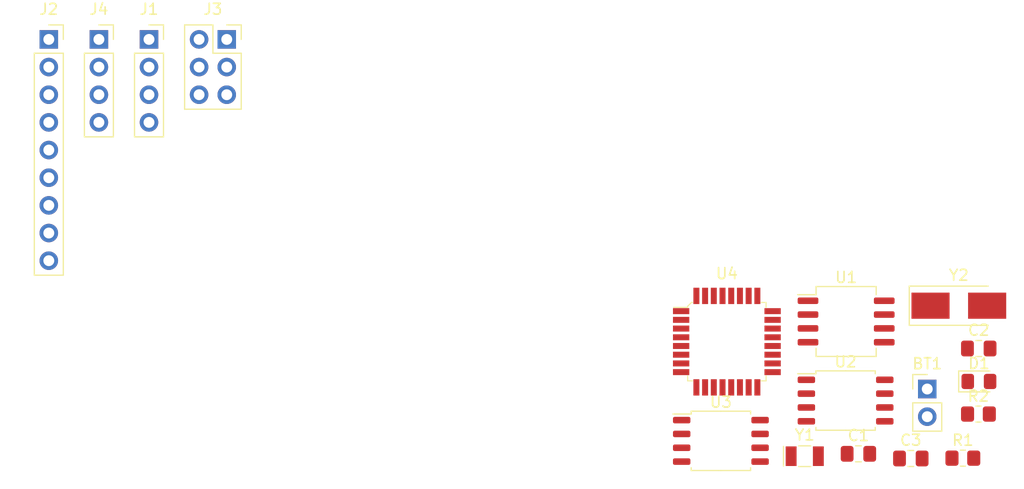
<source format=kicad_pcb>
(kicad_pcb (version 20171130) (host pcbnew "(5.1.10)-1")

  (general
    (thickness 1.6)
    (drawings 0)
    (tracks 0)
    (zones 0)
    (modules 17)
    (nets 32)
  )

  (page A4)
  (title_block
    (title "Arduino clone")
    (date 2021-10-08)
    (company "Ahmad Aljoundi ")
  )

  (layers
    (0 F.Cu signal)
    (31 B.Cu signal)
    (32 B.Adhes user)
    (33 F.Adhes user)
    (34 B.Paste user)
    (35 F.Paste user)
    (36 B.SilkS user)
    (37 F.SilkS user)
    (38 B.Mask user)
    (39 F.Mask user)
    (40 Dwgs.User user)
    (41 Cmts.User user)
    (42 Eco1.User user)
    (43 Eco2.User user)
    (44 Edge.Cuts user)
    (45 Margin user)
    (46 B.CrtYd user)
    (47 F.CrtYd user)
    (48 B.Fab user)
    (49 F.Fab user)
  )

  (setup
    (last_trace_width 0.25)
    (user_trace_width 0.3)
    (trace_clearance 0.2)
    (zone_clearance 0.508)
    (zone_45_only no)
    (trace_min 0.2)
    (via_size 0.8)
    (via_drill 0.4)
    (via_min_size 0.4)
    (via_min_drill 0.3)
    (user_via 1 0.6)
    (uvia_size 0.3)
    (uvia_drill 0.1)
    (uvias_allowed no)
    (uvia_min_size 0.2)
    (uvia_min_drill 0.1)
    (edge_width 0.05)
    (segment_width 0.2)
    (pcb_text_width 0.3)
    (pcb_text_size 1.5 1.5)
    (mod_edge_width 0.12)
    (mod_text_size 1 1)
    (mod_text_width 0.15)
    (pad_size 1.524 1.524)
    (pad_drill 0.762)
    (pad_to_mask_clearance 0)
    (aux_axis_origin 0 0)
    (visible_elements FFFFFF7F)
    (pcbplotparams
      (layerselection 0x010fc_ffffffff)
      (usegerberextensions false)
      (usegerberattributes true)
      (usegerberadvancedattributes true)
      (creategerberjobfile true)
      (excludeedgelayer true)
      (linewidth 0.100000)
      (plotframeref false)
      (viasonmask false)
      (mode 1)
      (useauxorigin false)
      (hpglpennumber 1)
      (hpglpenspeed 20)
      (hpglpendiameter 15.000000)
      (psnegative false)
      (psa4output false)
      (plotreference true)
      (plotvalue true)
      (plotinvisibletext false)
      (padsonsilk false)
      (subtractmaskfromsilk false)
      (outputformat 1)
      (mirror false)
      (drillshape 1)
      (scaleselection 1)
      (outputdirectory ""))
  )

  (net 0 "")
  (net 1 /VCC)
  (net 2 GNDPWR)
  (net 3 "Net-(C1-Pad1)")
  (net 4 "Net-(C2-Pad1)")
  (net 5 "Net-(D1-Pad1)")
  (net 6 /SCK)
  (net 7 /TX)
  (net 8 /RX)
  (net 9 /D2)
  (net 10 /D3)
  (net 11 /D4)
  (net 12 /D5)
  (net 13 /D6)
  (net 14 /D7)
  (net 15 /D8)
  (net 16 /MISO)
  (net 17 /MOSI)
  (net 18 /RESET)
  (net 19 /SDA)
  (net 20 "Net-(U1-Pad1)")
  (net 21 "Net-(U1-Pad2)")
  (net 22 /SCL)
  (net 23 "Net-(U1-Pad7)")
  (net 24 /ADDS2)
  (net 25 /ADDS1)
  (net 26 "Net-(U4-Pad13)")
  (net 27 "Net-(U4-Pad14)")
  (net 28 "Net-(U4-Pad19)")
  (net 29 "Net-(U4-Pad22)")
  (net 30 "Net-(U4-Pad25)")
  (net 31 "Net-(U4-Pad26)")

  (net_class Default "This is the default net class."
    (clearance 0.2)
    (trace_width 0.25)
    (via_dia 0.8)
    (via_drill 0.4)
    (uvia_dia 0.3)
    (uvia_drill 0.1)
    (add_net /ADDS1)
    (add_net /ADDS2)
    (add_net /D2)
    (add_net /D3)
    (add_net /D4)
    (add_net /D5)
    (add_net /D6)
    (add_net /D7)
    (add_net /D8)
    (add_net /MISO)
    (add_net /MOSI)
    (add_net /RESET)
    (add_net /RX)
    (add_net /SCK)
    (add_net /SCL)
    (add_net /SDA)
    (add_net /TX)
    (add_net "Net-(C1-Pad1)")
    (add_net "Net-(C2-Pad1)")
    (add_net "Net-(D1-Pad1)")
    (add_net "Net-(U1-Pad1)")
    (add_net "Net-(U1-Pad2)")
    (add_net "Net-(U1-Pad7)")
    (add_net "Net-(U4-Pad13)")
    (add_net "Net-(U4-Pad14)")
    (add_net "Net-(U4-Pad19)")
    (add_net "Net-(U4-Pad22)")
    (add_net "Net-(U4-Pad25)")
    (add_net "Net-(U4-Pad26)")
  )

  (net_class Power ""
    (clearance 0.2)
    (trace_width 0.3)
    (via_dia 1)
    (via_drill 0.6)
    (uvia_dia 0.3)
    (uvia_drill 0.1)
    (add_net /VCC)
    (add_net GNDPWR)
  )

  (module Connector_PinHeader_2.54mm:PinHeader_1x02_P2.54mm_Vertical (layer F.Cu) (tedit 59FED5CC) (tstamp 616064C3)
    (at 243.931901 81.426801)
    (descr "Through hole straight pin header, 1x02, 2.54mm pitch, single row")
    (tags "Through hole pin header THT 1x02 2.54mm single row")
    (path /615F0300)
    (fp_text reference BT1 (at 0 -2.33) (layer F.SilkS)
      (effects (font (size 1 1) (thickness 0.15)))
    )
    (fp_text value "Battery 3V" (at 0 4.87) (layer F.Fab)
      (effects (font (size 1 1) (thickness 0.15)))
    )
    (fp_line (start 1.8 -1.8) (end -1.8 -1.8) (layer F.CrtYd) (width 0.05))
    (fp_line (start 1.8 4.35) (end 1.8 -1.8) (layer F.CrtYd) (width 0.05))
    (fp_line (start -1.8 4.35) (end 1.8 4.35) (layer F.CrtYd) (width 0.05))
    (fp_line (start -1.8 -1.8) (end -1.8 4.35) (layer F.CrtYd) (width 0.05))
    (fp_line (start -1.33 -1.33) (end 0 -1.33) (layer F.SilkS) (width 0.12))
    (fp_line (start -1.33 0) (end -1.33 -1.33) (layer F.SilkS) (width 0.12))
    (fp_line (start -1.33 1.27) (end 1.33 1.27) (layer F.SilkS) (width 0.12))
    (fp_line (start 1.33 1.27) (end 1.33 3.87) (layer F.SilkS) (width 0.12))
    (fp_line (start -1.33 1.27) (end -1.33 3.87) (layer F.SilkS) (width 0.12))
    (fp_line (start -1.33 3.87) (end 1.33 3.87) (layer F.SilkS) (width 0.12))
    (fp_line (start -1.27 -0.635) (end -0.635 -1.27) (layer F.Fab) (width 0.1))
    (fp_line (start -1.27 3.81) (end -1.27 -0.635) (layer F.Fab) (width 0.1))
    (fp_line (start 1.27 3.81) (end -1.27 3.81) (layer F.Fab) (width 0.1))
    (fp_line (start 1.27 -1.27) (end 1.27 3.81) (layer F.Fab) (width 0.1))
    (fp_line (start -0.635 -1.27) (end 1.27 -1.27) (layer F.Fab) (width 0.1))
    (fp_text user %R (at 0 1.27 90) (layer F.Fab)
      (effects (font (size 1 1) (thickness 0.15)))
    )
    (pad 1 thru_hole rect (at 0 0) (size 1.7 1.7) (drill 1) (layers *.Cu *.Mask)
      (net 1 /VCC))
    (pad 2 thru_hole oval (at 0 2.54) (size 1.7 1.7) (drill 1) (layers *.Cu *.Mask)
      (net 2 GNDPWR))
    (model ${KICAD6_3DMODEL_DIR}/Connector_PinHeader_2.54mm.3dshapes/PinHeader_1x02_P2.54mm_Vertical.wrl
      (at (xyz 0 0 0))
      (scale (xyz 1 1 1))
      (rotate (xyz 0 0 0))
    )
  )

  (module Capacitor_SMD:C_0805_2012Metric_Pad1.18x1.45mm_HandSolder (layer F.Cu) (tedit 5F68FEEF) (tstamp 616064D4)
    (at 237.611901 87.376801)
    (descr "Capacitor SMD 0805 (2012 Metric), square (rectangular) end terminal, IPC_7351 nominal with elongated pad for handsoldering. (Body size source: IPC-SM-782 page 76, https://www.pcb-3d.com/wordpress/wp-content/uploads/ipc-sm-782a_amendment_1_and_2.pdf, https://docs.google.com/spreadsheets/d/1BsfQQcO9C6DZCsRaXUlFlo91Tg2WpOkGARC1WS5S8t0/edit?usp=sharing), generated with kicad-footprint-generator")
    (tags "capacitor handsolder")
    (path /615F14AB)
    (attr smd)
    (fp_text reference C1 (at 0 -1.68) (layer F.SilkS)
      (effects (font (size 1 1) (thickness 0.15)))
    )
    (fp_text value 22pF (at 0 1.68) (layer F.Fab)
      (effects (font (size 1 1) (thickness 0.15)))
    )
    (fp_line (start 1.88 0.98) (end -1.88 0.98) (layer F.CrtYd) (width 0.05))
    (fp_line (start 1.88 -0.98) (end 1.88 0.98) (layer F.CrtYd) (width 0.05))
    (fp_line (start -1.88 -0.98) (end 1.88 -0.98) (layer F.CrtYd) (width 0.05))
    (fp_line (start -1.88 0.98) (end -1.88 -0.98) (layer F.CrtYd) (width 0.05))
    (fp_line (start -0.261252 0.735) (end 0.261252 0.735) (layer F.SilkS) (width 0.12))
    (fp_line (start -0.261252 -0.735) (end 0.261252 -0.735) (layer F.SilkS) (width 0.12))
    (fp_line (start 1 0.625) (end -1 0.625) (layer F.Fab) (width 0.1))
    (fp_line (start 1 -0.625) (end 1 0.625) (layer F.Fab) (width 0.1))
    (fp_line (start -1 -0.625) (end 1 -0.625) (layer F.Fab) (width 0.1))
    (fp_line (start -1 0.625) (end -1 -0.625) (layer F.Fab) (width 0.1))
    (fp_text user %R (at 0 0) (layer F.Fab)
      (effects (font (size 0.5 0.5) (thickness 0.08)))
    )
    (pad 1 smd roundrect (at -1.0375 0) (size 1.175 1.45) (layers F.Cu F.Paste F.Mask) (roundrect_rratio 0.212766)
      (net 3 "Net-(C1-Pad1)"))
    (pad 2 smd roundrect (at 1.0375 0) (size 1.175 1.45) (layers F.Cu F.Paste F.Mask) (roundrect_rratio 0.212766)
      (net 2 GNDPWR))
    (model ${KICAD6_3DMODEL_DIR}/Capacitor_SMD.3dshapes/C_0805_2012Metric.wrl
      (at (xyz 0 0 0))
      (scale (xyz 1 1 1))
      (rotate (xyz 0 0 0))
    )
  )

  (module Capacitor_SMD:C_0805_2012Metric_Pad1.18x1.45mm_HandSolder (layer F.Cu) (tedit 5F68FEEF) (tstamp 616064E5)
    (at 248.661901 77.706801)
    (descr "Capacitor SMD 0805 (2012 Metric), square (rectangular) end terminal, IPC_7351 nominal with elongated pad for handsoldering. (Body size source: IPC-SM-782 page 76, https://www.pcb-3d.com/wordpress/wp-content/uploads/ipc-sm-782a_amendment_1_and_2.pdf, https://docs.google.com/spreadsheets/d/1BsfQQcO9C6DZCsRaXUlFlo91Tg2WpOkGARC1WS5S8t0/edit?usp=sharing), generated with kicad-footprint-generator")
    (tags "capacitor handsolder")
    (path /615F1778)
    (attr smd)
    (fp_text reference C2 (at 0 -1.68) (layer F.SilkS)
      (effects (font (size 1 1) (thickness 0.15)))
    )
    (fp_text value 22pF (at 0 1.68) (layer F.Fab)
      (effects (font (size 1 1) (thickness 0.15)))
    )
    (fp_line (start 1.88 0.98) (end -1.88 0.98) (layer F.CrtYd) (width 0.05))
    (fp_line (start 1.88 -0.98) (end 1.88 0.98) (layer F.CrtYd) (width 0.05))
    (fp_line (start -1.88 -0.98) (end 1.88 -0.98) (layer F.CrtYd) (width 0.05))
    (fp_line (start -1.88 0.98) (end -1.88 -0.98) (layer F.CrtYd) (width 0.05))
    (fp_line (start -0.261252 0.735) (end 0.261252 0.735) (layer F.SilkS) (width 0.12))
    (fp_line (start -0.261252 -0.735) (end 0.261252 -0.735) (layer F.SilkS) (width 0.12))
    (fp_line (start 1 0.625) (end -1 0.625) (layer F.Fab) (width 0.1))
    (fp_line (start 1 -0.625) (end 1 0.625) (layer F.Fab) (width 0.1))
    (fp_line (start -1 -0.625) (end 1 -0.625) (layer F.Fab) (width 0.1))
    (fp_line (start -1 0.625) (end -1 -0.625) (layer F.Fab) (width 0.1))
    (fp_text user %R (at 0 0) (layer F.Fab)
      (effects (font (size 0.5 0.5) (thickness 0.08)))
    )
    (pad 1 smd roundrect (at -1.0375 0) (size 1.175 1.45) (layers F.Cu F.Paste F.Mask) (roundrect_rratio 0.212766)
      (net 4 "Net-(C2-Pad1)"))
    (pad 2 smd roundrect (at 1.0375 0) (size 1.175 1.45) (layers F.Cu F.Paste F.Mask) (roundrect_rratio 0.212766)
      (net 2 GNDPWR))
    (model ${KICAD6_3DMODEL_DIR}/Capacitor_SMD.3dshapes/C_0805_2012Metric.wrl
      (at (xyz 0 0 0))
      (scale (xyz 1 1 1))
      (rotate (xyz 0 0 0))
    )
  )

  (module Capacitor_SMD:C_0805_2012Metric_Pad1.18x1.45mm_HandSolder (layer F.Cu) (tedit 5F68FEEF) (tstamp 616064F6)
    (at 242.421901 87.806801)
    (descr "Capacitor SMD 0805 (2012 Metric), square (rectangular) end terminal, IPC_7351 nominal with elongated pad for handsoldering. (Body size source: IPC-SM-782 page 76, https://www.pcb-3d.com/wordpress/wp-content/uploads/ipc-sm-782a_amendment_1_and_2.pdf, https://docs.google.com/spreadsheets/d/1BsfQQcO9C6DZCsRaXUlFlo91Tg2WpOkGARC1WS5S8t0/edit?usp=sharing), generated with kicad-footprint-generator")
    (tags "capacitor handsolder")
    (path /615F1B97)
    (attr smd)
    (fp_text reference C3 (at 0 -1.68) (layer F.SilkS)
      (effects (font (size 1 1) (thickness 0.15)))
    )
    (fp_text value 10uF (at 0 1.68) (layer F.Fab)
      (effects (font (size 1 1) (thickness 0.15)))
    )
    (fp_text user %R (at 0 0) (layer F.Fab)
      (effects (font (size 0.5 0.5) (thickness 0.08)))
    )
    (fp_line (start -1 0.625) (end -1 -0.625) (layer F.Fab) (width 0.1))
    (fp_line (start -1 -0.625) (end 1 -0.625) (layer F.Fab) (width 0.1))
    (fp_line (start 1 -0.625) (end 1 0.625) (layer F.Fab) (width 0.1))
    (fp_line (start 1 0.625) (end -1 0.625) (layer F.Fab) (width 0.1))
    (fp_line (start -0.261252 -0.735) (end 0.261252 -0.735) (layer F.SilkS) (width 0.12))
    (fp_line (start -0.261252 0.735) (end 0.261252 0.735) (layer F.SilkS) (width 0.12))
    (fp_line (start -1.88 0.98) (end -1.88 -0.98) (layer F.CrtYd) (width 0.05))
    (fp_line (start -1.88 -0.98) (end 1.88 -0.98) (layer F.CrtYd) (width 0.05))
    (fp_line (start 1.88 -0.98) (end 1.88 0.98) (layer F.CrtYd) (width 0.05))
    (fp_line (start 1.88 0.98) (end -1.88 0.98) (layer F.CrtYd) (width 0.05))
    (pad 2 smd roundrect (at 1.0375 0) (size 1.175 1.45) (layers F.Cu F.Paste F.Mask) (roundrect_rratio 0.212766)
      (net 2 GNDPWR))
    (pad 1 smd roundrect (at -1.0375 0) (size 1.175 1.45) (layers F.Cu F.Paste F.Mask) (roundrect_rratio 0.212766)
      (net 1 /VCC))
    (model ${KICAD6_3DMODEL_DIR}/Capacitor_SMD.3dshapes/C_0805_2012Metric.wrl
      (at (xyz 0 0 0))
      (scale (xyz 1 1 1))
      (rotate (xyz 0 0 0))
    )
  )

  (module LED_SMD:LED_0805_2012Metric_Pad1.15x1.40mm_HandSolder (layer F.Cu) (tedit 5F68FEF1) (tstamp 61606509)
    (at 248.676901 80.731801)
    (descr "LED SMD 0805 (2012 Metric), square (rectangular) end terminal, IPC_7351 nominal, (Body size source: https://docs.google.com/spreadsheets/d/1BsfQQcO9C6DZCsRaXUlFlo91Tg2WpOkGARC1WS5S8t0/edit?usp=sharing), generated with kicad-footprint-generator")
    (tags "LED handsolder")
    (path /615F28FB)
    (attr smd)
    (fp_text reference D1 (at 0 -1.65) (layer F.SilkS)
      (effects (font (size 1 1) (thickness 0.15)))
    )
    (fp_text value LED (at 0 1.65) (layer F.Fab)
      (effects (font (size 1 1) (thickness 0.15)))
    )
    (fp_line (start 1.85 0.95) (end -1.85 0.95) (layer F.CrtYd) (width 0.05))
    (fp_line (start 1.85 -0.95) (end 1.85 0.95) (layer F.CrtYd) (width 0.05))
    (fp_line (start -1.85 -0.95) (end 1.85 -0.95) (layer F.CrtYd) (width 0.05))
    (fp_line (start -1.85 0.95) (end -1.85 -0.95) (layer F.CrtYd) (width 0.05))
    (fp_line (start -1.86 0.96) (end 1 0.96) (layer F.SilkS) (width 0.12))
    (fp_line (start -1.86 -0.96) (end -1.86 0.96) (layer F.SilkS) (width 0.12))
    (fp_line (start 1 -0.96) (end -1.86 -0.96) (layer F.SilkS) (width 0.12))
    (fp_line (start 1 0.6) (end 1 -0.6) (layer F.Fab) (width 0.1))
    (fp_line (start -1 0.6) (end 1 0.6) (layer F.Fab) (width 0.1))
    (fp_line (start -1 -0.3) (end -1 0.6) (layer F.Fab) (width 0.1))
    (fp_line (start -0.7 -0.6) (end -1 -0.3) (layer F.Fab) (width 0.1))
    (fp_line (start 1 -0.6) (end -0.7 -0.6) (layer F.Fab) (width 0.1))
    (fp_text user %R (at 0 0) (layer F.Fab)
      (effects (font (size 0.5 0.5) (thickness 0.08)))
    )
    (pad 1 smd roundrect (at -1.025 0) (size 1.15 1.4) (layers F.Cu F.Paste F.Mask) (roundrect_rratio 0.217391)
      (net 5 "Net-(D1-Pad1)"))
    (pad 2 smd roundrect (at 1.025 0) (size 1.15 1.4) (layers F.Cu F.Paste F.Mask) (roundrect_rratio 0.217391)
      (net 6 /SCK))
    (model ${KICAD6_3DMODEL_DIR}/LED_SMD.3dshapes/LED_0805_2012Metric.wrl
      (at (xyz 0 0 0))
      (scale (xyz 1 1 1))
      (rotate (xyz 0 0 0))
    )
  )

  (module Connector_PinSocket_2.54mm:PinSocket_1x04_P2.54mm_Vertical (layer F.Cu) (tedit 5A19A429) (tstamp 61606521)
    (at 172.467401 49.323001)
    (descr "Through hole straight socket strip, 1x04, 2.54mm pitch, single row (from Kicad 4.0.7), script generated")
    (tags "Through hole socket strip THT 1x04 2.54mm single row")
    (path /615F48EA/615F6E29)
    (fp_text reference J1 (at 0 -2.77) (layer F.SilkS)
      (effects (font (size 1 1) (thickness 0.15)))
    )
    (fp_text value Serial (at 0 10.39) (layer F.Fab)
      (effects (font (size 1 1) (thickness 0.15)))
    )
    (fp_text user %R (at 0 3.81 90) (layer F.Fab)
      (effects (font (size 1 1) (thickness 0.15)))
    )
    (fp_line (start -1.27 -1.27) (end 0.635 -1.27) (layer F.Fab) (width 0.1))
    (fp_line (start 0.635 -1.27) (end 1.27 -0.635) (layer F.Fab) (width 0.1))
    (fp_line (start 1.27 -0.635) (end 1.27 8.89) (layer F.Fab) (width 0.1))
    (fp_line (start 1.27 8.89) (end -1.27 8.89) (layer F.Fab) (width 0.1))
    (fp_line (start -1.27 8.89) (end -1.27 -1.27) (layer F.Fab) (width 0.1))
    (fp_line (start -1.33 1.27) (end 1.33 1.27) (layer F.SilkS) (width 0.12))
    (fp_line (start -1.33 1.27) (end -1.33 8.95) (layer F.SilkS) (width 0.12))
    (fp_line (start -1.33 8.95) (end 1.33 8.95) (layer F.SilkS) (width 0.12))
    (fp_line (start 1.33 1.27) (end 1.33 8.95) (layer F.SilkS) (width 0.12))
    (fp_line (start 1.33 -1.33) (end 1.33 0) (layer F.SilkS) (width 0.12))
    (fp_line (start 0 -1.33) (end 1.33 -1.33) (layer F.SilkS) (width 0.12))
    (fp_line (start -1.8 -1.8) (end 1.75 -1.8) (layer F.CrtYd) (width 0.05))
    (fp_line (start 1.75 -1.8) (end 1.75 9.4) (layer F.CrtYd) (width 0.05))
    (fp_line (start 1.75 9.4) (end -1.8 9.4) (layer F.CrtYd) (width 0.05))
    (fp_line (start -1.8 9.4) (end -1.8 -1.8) (layer F.CrtYd) (width 0.05))
    (pad 4 thru_hole oval (at 0 7.62) (size 1.7 1.7) (drill 1) (layers *.Cu *.Mask)
      (net 7 /TX))
    (pad 3 thru_hole oval (at 0 5.08) (size 1.7 1.7) (drill 1) (layers *.Cu *.Mask)
      (net 8 /RX))
    (pad 2 thru_hole oval (at 0 2.54) (size 1.7 1.7) (drill 1) (layers *.Cu *.Mask)
      (net 1 /VCC))
    (pad 1 thru_hole rect (at 0 0) (size 1.7 1.7) (drill 1) (layers *.Cu *.Mask)
      (net 2 GNDPWR))
    (model ${KICAD6_3DMODEL_DIR}/Connector_PinSocket_2.54mm.3dshapes/PinSocket_1x04_P2.54mm_Vertical.wrl
      (at (xyz 0 0 0))
      (scale (xyz 1 1 1))
      (rotate (xyz 0 0 0))
    )
  )

  (module Connector_PinSocket_2.54mm:PinSocket_1x09_P2.54mm_Vertical (layer F.Cu) (tedit 5A19A431) (tstamp 6160653E)
    (at 163.267401 49.323001)
    (descr "Through hole straight socket strip, 1x09, 2.54mm pitch, single row (from Kicad 4.0.7), script generated")
    (tags "Through hole socket strip THT 1x09 2.54mm single row")
    (path /615F48EA/615F63B0)
    (fp_text reference J2 (at 0 -2.77) (layer F.SilkS)
      (effects (font (size 1 1) (thickness 0.15)))
    )
    (fp_text value "Digital pins" (at 0 23.09) (layer F.Fab)
      (effects (font (size 1 1) (thickness 0.15)))
    )
    (fp_line (start -1.8 22.1) (end -1.8 -1.8) (layer F.CrtYd) (width 0.05))
    (fp_line (start 1.75 22.1) (end -1.8 22.1) (layer F.CrtYd) (width 0.05))
    (fp_line (start 1.75 -1.8) (end 1.75 22.1) (layer F.CrtYd) (width 0.05))
    (fp_line (start -1.8 -1.8) (end 1.75 -1.8) (layer F.CrtYd) (width 0.05))
    (fp_line (start 0 -1.33) (end 1.33 -1.33) (layer F.SilkS) (width 0.12))
    (fp_line (start 1.33 -1.33) (end 1.33 0) (layer F.SilkS) (width 0.12))
    (fp_line (start 1.33 1.27) (end 1.33 21.65) (layer F.SilkS) (width 0.12))
    (fp_line (start -1.33 21.65) (end 1.33 21.65) (layer F.SilkS) (width 0.12))
    (fp_line (start -1.33 1.27) (end -1.33 21.65) (layer F.SilkS) (width 0.12))
    (fp_line (start -1.33 1.27) (end 1.33 1.27) (layer F.SilkS) (width 0.12))
    (fp_line (start -1.27 21.59) (end -1.27 -1.27) (layer F.Fab) (width 0.1))
    (fp_line (start 1.27 21.59) (end -1.27 21.59) (layer F.Fab) (width 0.1))
    (fp_line (start 1.27 -0.635) (end 1.27 21.59) (layer F.Fab) (width 0.1))
    (fp_line (start 0.635 -1.27) (end 1.27 -0.635) (layer F.Fab) (width 0.1))
    (fp_line (start -1.27 -1.27) (end 0.635 -1.27) (layer F.Fab) (width 0.1))
    (fp_text user %R (at 0 10.16 90) (layer F.Fab)
      (effects (font (size 1 1) (thickness 0.15)))
    )
    (pad 1 thru_hole rect (at 0 0) (size 1.7 1.7) (drill 1) (layers *.Cu *.Mask)
      (net 9 /D2))
    (pad 2 thru_hole oval (at 0 2.54) (size 1.7 1.7) (drill 1) (layers *.Cu *.Mask)
      (net 10 /D3))
    (pad 3 thru_hole oval (at 0 5.08) (size 1.7 1.7) (drill 1) (layers *.Cu *.Mask)
      (net 11 /D4))
    (pad 4 thru_hole oval (at 0 7.62) (size 1.7 1.7) (drill 1) (layers *.Cu *.Mask)
      (net 12 /D5))
    (pad 5 thru_hole oval (at 0 10.16) (size 1.7 1.7) (drill 1) (layers *.Cu *.Mask)
      (net 13 /D6))
    (pad 6 thru_hole oval (at 0 12.7) (size 1.7 1.7) (drill 1) (layers *.Cu *.Mask)
      (net 14 /D7))
    (pad 7 thru_hole oval (at 0 15.24) (size 1.7 1.7) (drill 1) (layers *.Cu *.Mask)
      (net 15 /D8))
    (pad 8 thru_hole oval (at 0 17.78) (size 1.7 1.7) (drill 1) (layers *.Cu *.Mask)
      (net 2 GNDPWR))
    (pad 9 thru_hole oval (at 0 20.32) (size 1.7 1.7) (drill 1) (layers *.Cu *.Mask)
      (net 1 /VCC))
    (model ${KICAD6_3DMODEL_DIR}/Connector_PinSocket_2.54mm.3dshapes/PinSocket_1x09_P2.54mm_Vertical.wrl
      (at (xyz 0 0 0))
      (scale (xyz 1 1 1))
      (rotate (xyz 0 0 0))
    )
  )

  (module Connector_PinSocket_2.54mm:PinSocket_2x03_P2.54mm_Vertical (layer F.Cu) (tedit 5A19A425) (tstamp 6160655A)
    (at 179.607401 49.323001)
    (descr "Through hole straight socket strip, 2x03, 2.54mm pitch, double cols (from Kicad 4.0.7), script generated")
    (tags "Through hole socket strip THT 2x03 2.54mm double row")
    (path /615F48EA/615F7604)
    (fp_text reference J3 (at -1.27 -2.77) (layer F.SilkS)
      (effects (font (size 1 1) (thickness 0.15)))
    )
    (fp_text value "ICSP connector" (at -1.27 7.85) (layer F.Fab)
      (effects (font (size 1 1) (thickness 0.15)))
    )
    (fp_line (start -4.34 6.85) (end -4.34 -1.8) (layer F.CrtYd) (width 0.05))
    (fp_line (start 1.76 6.85) (end -4.34 6.85) (layer F.CrtYd) (width 0.05))
    (fp_line (start 1.76 -1.8) (end 1.76 6.85) (layer F.CrtYd) (width 0.05))
    (fp_line (start -4.34 -1.8) (end 1.76 -1.8) (layer F.CrtYd) (width 0.05))
    (fp_line (start 0 -1.33) (end 1.33 -1.33) (layer F.SilkS) (width 0.12))
    (fp_line (start 1.33 -1.33) (end 1.33 0) (layer F.SilkS) (width 0.12))
    (fp_line (start -1.27 -1.33) (end -1.27 1.27) (layer F.SilkS) (width 0.12))
    (fp_line (start -1.27 1.27) (end 1.33 1.27) (layer F.SilkS) (width 0.12))
    (fp_line (start 1.33 1.27) (end 1.33 6.41) (layer F.SilkS) (width 0.12))
    (fp_line (start -3.87 6.41) (end 1.33 6.41) (layer F.SilkS) (width 0.12))
    (fp_line (start -3.87 -1.33) (end -3.87 6.41) (layer F.SilkS) (width 0.12))
    (fp_line (start -3.87 -1.33) (end -1.27 -1.33) (layer F.SilkS) (width 0.12))
    (fp_line (start -3.81 6.35) (end -3.81 -1.27) (layer F.Fab) (width 0.1))
    (fp_line (start 1.27 6.35) (end -3.81 6.35) (layer F.Fab) (width 0.1))
    (fp_line (start 1.27 -0.27) (end 1.27 6.35) (layer F.Fab) (width 0.1))
    (fp_line (start 0.27 -1.27) (end 1.27 -0.27) (layer F.Fab) (width 0.1))
    (fp_line (start -3.81 -1.27) (end 0.27 -1.27) (layer F.Fab) (width 0.1))
    (fp_text user %R (at -1.27 2.54 90) (layer F.Fab)
      (effects (font (size 1 1) (thickness 0.15)))
    )
    (pad 1 thru_hole rect (at 0 0) (size 1.7 1.7) (drill 1) (layers *.Cu *.Mask)
      (net 16 /MISO))
    (pad 2 thru_hole oval (at -2.54 0) (size 1.7 1.7) (drill 1) (layers *.Cu *.Mask)
      (net 1 /VCC))
    (pad 3 thru_hole oval (at 0 2.54) (size 1.7 1.7) (drill 1) (layers *.Cu *.Mask)
      (net 6 /SCK))
    (pad 4 thru_hole oval (at -2.54 2.54) (size 1.7 1.7) (drill 1) (layers *.Cu *.Mask)
      (net 17 /MOSI))
    (pad 5 thru_hole oval (at 0 5.08) (size 1.7 1.7) (drill 1) (layers *.Cu *.Mask)
      (net 18 /RESET))
    (pad 6 thru_hole oval (at -2.54 5.08) (size 1.7 1.7) (drill 1) (layers *.Cu *.Mask)
      (net 2 GNDPWR))
    (model ${KICAD6_3DMODEL_DIR}/Connector_PinSocket_2.54mm.3dshapes/PinSocket_2x03_P2.54mm_Vertical.wrl
      (at (xyz 0 0 0))
      (scale (xyz 1 1 1))
      (rotate (xyz 0 0 0))
    )
  )

  (module Connector_PinSocket_2.54mm:PinSocket_1x04_P2.54mm_Vertical (layer F.Cu) (tedit 5A19A429) (tstamp 61606572)
    (at 167.867401 49.323001)
    (descr "Through hole straight socket strip, 1x04, 2.54mm pitch, single row (from Kicad 4.0.7), script generated")
    (tags "Through hole socket strip THT 1x04 2.54mm single row")
    (path /615F48EA/615F7C9E)
    (fp_text reference J4 (at 0 -2.77) (layer F.SilkS)
      (effects (font (size 1 1) (thickness 0.15)))
    )
    (fp_text value I2C (at 0 10.39) (layer F.Fab)
      (effects (font (size 1 1) (thickness 0.15)))
    )
    (fp_line (start -1.8 9.4) (end -1.8 -1.8) (layer F.CrtYd) (width 0.05))
    (fp_line (start 1.75 9.4) (end -1.8 9.4) (layer F.CrtYd) (width 0.05))
    (fp_line (start 1.75 -1.8) (end 1.75 9.4) (layer F.CrtYd) (width 0.05))
    (fp_line (start -1.8 -1.8) (end 1.75 -1.8) (layer F.CrtYd) (width 0.05))
    (fp_line (start 0 -1.33) (end 1.33 -1.33) (layer F.SilkS) (width 0.12))
    (fp_line (start 1.33 -1.33) (end 1.33 0) (layer F.SilkS) (width 0.12))
    (fp_line (start 1.33 1.27) (end 1.33 8.95) (layer F.SilkS) (width 0.12))
    (fp_line (start -1.33 8.95) (end 1.33 8.95) (layer F.SilkS) (width 0.12))
    (fp_line (start -1.33 1.27) (end -1.33 8.95) (layer F.SilkS) (width 0.12))
    (fp_line (start -1.33 1.27) (end 1.33 1.27) (layer F.SilkS) (width 0.12))
    (fp_line (start -1.27 8.89) (end -1.27 -1.27) (layer F.Fab) (width 0.1))
    (fp_line (start 1.27 8.89) (end -1.27 8.89) (layer F.Fab) (width 0.1))
    (fp_line (start 1.27 -0.635) (end 1.27 8.89) (layer F.Fab) (width 0.1))
    (fp_line (start 0.635 -1.27) (end 1.27 -0.635) (layer F.Fab) (width 0.1))
    (fp_line (start -1.27 -1.27) (end 0.635 -1.27) (layer F.Fab) (width 0.1))
    (fp_text user %R (at 0 3.81 90) (layer F.Fab)
      (effects (font (size 1 1) (thickness 0.15)))
    )
    (pad 1 thru_hole rect (at 0 0) (size 1.7 1.7) (drill 1) (layers *.Cu *.Mask)
      (net 2 GNDPWR))
    (pad 2 thru_hole oval (at 0 2.54) (size 1.7 1.7) (drill 1) (layers *.Cu *.Mask)
      (net 1 /VCC))
    (pad 3 thru_hole oval (at 0 5.08) (size 1.7 1.7) (drill 1) (layers *.Cu *.Mask)
      (net 19 /SDA))
    (pad 4 thru_hole oval (at 0 7.62) (size 1.7 1.7) (drill 1) (layers *.Cu *.Mask)
      (net 6 /SCK))
    (model ${KICAD6_3DMODEL_DIR}/Connector_PinSocket_2.54mm.3dshapes/PinSocket_1x04_P2.54mm_Vertical.wrl
      (at (xyz 0 0 0))
      (scale (xyz 1 1 1))
      (rotate (xyz 0 0 0))
    )
  )

  (module Resistor_SMD:R_0805_2012Metric_Pad1.20x1.40mm_HandSolder (layer F.Cu) (tedit 5F68FEEE) (tstamp 61606583)
    (at 247.201901 87.776801)
    (descr "Resistor SMD 0805 (2012 Metric), square (rectangular) end terminal, IPC_7351 nominal with elongated pad for handsoldering. (Body size source: IPC-SM-782 page 72, https://www.pcb-3d.com/wordpress/wp-content/uploads/ipc-sm-782a_amendment_1_and_2.pdf), generated with kicad-footprint-generator")
    (tags "resistor handsolder")
    (path /615F2E86)
    (attr smd)
    (fp_text reference R1 (at 0 -1.65) (layer F.SilkS)
      (effects (font (size 1 1) (thickness 0.15)))
    )
    (fp_text value "330 ohm" (at 0 1.65) (layer F.Fab)
      (effects (font (size 1 1) (thickness 0.15)))
    )
    (fp_text user %R (at 0 0) (layer F.Fab)
      (effects (font (size 0.5 0.5) (thickness 0.08)))
    )
    (fp_line (start -1 0.625) (end -1 -0.625) (layer F.Fab) (width 0.1))
    (fp_line (start -1 -0.625) (end 1 -0.625) (layer F.Fab) (width 0.1))
    (fp_line (start 1 -0.625) (end 1 0.625) (layer F.Fab) (width 0.1))
    (fp_line (start 1 0.625) (end -1 0.625) (layer F.Fab) (width 0.1))
    (fp_line (start -0.227064 -0.735) (end 0.227064 -0.735) (layer F.SilkS) (width 0.12))
    (fp_line (start -0.227064 0.735) (end 0.227064 0.735) (layer F.SilkS) (width 0.12))
    (fp_line (start -1.85 0.95) (end -1.85 -0.95) (layer F.CrtYd) (width 0.05))
    (fp_line (start -1.85 -0.95) (end 1.85 -0.95) (layer F.CrtYd) (width 0.05))
    (fp_line (start 1.85 -0.95) (end 1.85 0.95) (layer F.CrtYd) (width 0.05))
    (fp_line (start 1.85 0.95) (end -1.85 0.95) (layer F.CrtYd) (width 0.05))
    (pad 2 smd roundrect (at 1 0) (size 1.2 1.4) (layers F.Cu F.Paste F.Mask) (roundrect_rratio 0.208333)
      (net 2 GNDPWR))
    (pad 1 smd roundrect (at -1 0) (size 1.2 1.4) (layers F.Cu F.Paste F.Mask) (roundrect_rratio 0.208333)
      (net 5 "Net-(D1-Pad1)"))
    (model ${KICAD6_3DMODEL_DIR}/Resistor_SMD.3dshapes/R_0805_2012Metric.wrl
      (at (xyz 0 0 0))
      (scale (xyz 1 1 1))
      (rotate (xyz 0 0 0))
    )
  )

  (module Resistor_SMD:R_0805_2012Metric_Pad1.20x1.40mm_HandSolder (layer F.Cu) (tedit 5F68FEEE) (tstamp 61606594)
    (at 248.631901 83.726801)
    (descr "Resistor SMD 0805 (2012 Metric), square (rectangular) end terminal, IPC_7351 nominal with elongated pad for handsoldering. (Body size source: IPC-SM-782 page 72, https://www.pcb-3d.com/wordpress/wp-content/uploads/ipc-sm-782a_amendment_1_and_2.pdf), generated with kicad-footprint-generator")
    (tags "resistor handsolder")
    (path /615F3234)
    (attr smd)
    (fp_text reference R2 (at 0 -1.65) (layer F.SilkS)
      (effects (font (size 1 1) (thickness 0.15)))
    )
    (fp_text value "10K ohm" (at 0 1.65) (layer F.Fab)
      (effects (font (size 1 1) (thickness 0.15)))
    )
    (fp_line (start 1.85 0.95) (end -1.85 0.95) (layer F.CrtYd) (width 0.05))
    (fp_line (start 1.85 -0.95) (end 1.85 0.95) (layer F.CrtYd) (width 0.05))
    (fp_line (start -1.85 -0.95) (end 1.85 -0.95) (layer F.CrtYd) (width 0.05))
    (fp_line (start -1.85 0.95) (end -1.85 -0.95) (layer F.CrtYd) (width 0.05))
    (fp_line (start -0.227064 0.735) (end 0.227064 0.735) (layer F.SilkS) (width 0.12))
    (fp_line (start -0.227064 -0.735) (end 0.227064 -0.735) (layer F.SilkS) (width 0.12))
    (fp_line (start 1 0.625) (end -1 0.625) (layer F.Fab) (width 0.1))
    (fp_line (start 1 -0.625) (end 1 0.625) (layer F.Fab) (width 0.1))
    (fp_line (start -1 -0.625) (end 1 -0.625) (layer F.Fab) (width 0.1))
    (fp_line (start -1 0.625) (end -1 -0.625) (layer F.Fab) (width 0.1))
    (fp_text user %R (at 0 0) (layer F.Fab)
      (effects (font (size 0.5 0.5) (thickness 0.08)))
    )
    (pad 1 smd roundrect (at -1 0) (size 1.2 1.4) (layers F.Cu F.Paste F.Mask) (roundrect_rratio 0.208333)
      (net 18 /RESET))
    (pad 2 smd roundrect (at 1 0) (size 1.2 1.4) (layers F.Cu F.Paste F.Mask) (roundrect_rratio 0.208333)
      (net 1 /VCC))
    (model ${KICAD6_3DMODEL_DIR}/Resistor_SMD.3dshapes/R_0805_2012Metric.wrl
      (at (xyz 0 0 0))
      (scale (xyz 1 1 1))
      (rotate (xyz 0 0 0))
    )
  )

  (module Package_SO:SO-8_5.3x6.2mm_P1.27mm (layer F.Cu) (tedit 5EA5315B) (tstamp 616065B3)
    (at 236.481901 75.226801)
    (descr "SO, 8 Pin (https://www.ti.com/lit/ml/msop001a/msop001a.pdf), generated with kicad-footprint-generator ipc_gullwing_generator.py")
    (tags "SO SO")
    (path /61601E43)
    (attr smd)
    (fp_text reference U1 (at 0 -4.05) (layer F.SilkS)
      (effects (font (size 1 1) (thickness 0.15)))
    )
    (fp_text value DS1337_AH (at 0 4.05) (layer F.Fab)
      (effects (font (size 1 1) (thickness 0.15)))
    )
    (fp_line (start 4.7 -3.35) (end -4.7 -3.35) (layer F.CrtYd) (width 0.05))
    (fp_line (start 4.7 3.35) (end 4.7 -3.35) (layer F.CrtYd) (width 0.05))
    (fp_line (start -4.7 3.35) (end 4.7 3.35) (layer F.CrtYd) (width 0.05))
    (fp_line (start -4.7 -3.35) (end -4.7 3.35) (layer F.CrtYd) (width 0.05))
    (fp_line (start -2.65 -2.1) (end -1.65 -3.1) (layer F.Fab) (width 0.1))
    (fp_line (start -2.65 3.1) (end -2.65 -2.1) (layer F.Fab) (width 0.1))
    (fp_line (start 2.65 3.1) (end -2.65 3.1) (layer F.Fab) (width 0.1))
    (fp_line (start 2.65 -3.1) (end 2.65 3.1) (layer F.Fab) (width 0.1))
    (fp_line (start -1.65 -3.1) (end 2.65 -3.1) (layer F.Fab) (width 0.1))
    (fp_line (start -2.76 -2.465) (end -4.45 -2.465) (layer F.SilkS) (width 0.12))
    (fp_line (start -2.76 -3.21) (end -2.76 -2.465) (layer F.SilkS) (width 0.12))
    (fp_line (start 0 -3.21) (end -2.76 -3.21) (layer F.SilkS) (width 0.12))
    (fp_line (start 2.76 -3.21) (end 2.76 -2.465) (layer F.SilkS) (width 0.12))
    (fp_line (start 0 -3.21) (end 2.76 -3.21) (layer F.SilkS) (width 0.12))
    (fp_line (start -2.76 3.21) (end -2.76 2.465) (layer F.SilkS) (width 0.12))
    (fp_line (start 0 3.21) (end -2.76 3.21) (layer F.SilkS) (width 0.12))
    (fp_line (start 2.76 3.21) (end 2.76 2.465) (layer F.SilkS) (width 0.12))
    (fp_line (start 0 3.21) (end 2.76 3.21) (layer F.SilkS) (width 0.12))
    (fp_text user %R (at 0 0) (layer F.Fab)
      (effects (font (size 1 1) (thickness 0.15)))
    )
    (pad 1 smd roundrect (at -3.5 -1.905) (size 1.9 0.6) (layers F.Cu F.Paste F.Mask) (roundrect_rratio 0.25)
      (net 20 "Net-(U1-Pad1)"))
    (pad 2 smd roundrect (at -3.5 -0.635) (size 1.9 0.6) (layers F.Cu F.Paste F.Mask) (roundrect_rratio 0.25)
      (net 21 "Net-(U1-Pad2)"))
    (pad 3 smd roundrect (at -3.5 0.635) (size 1.9 0.6) (layers F.Cu F.Paste F.Mask) (roundrect_rratio 0.25)
      (net 1 /VCC))
    (pad 4 smd roundrect (at -3.5 1.905) (size 1.9 0.6) (layers F.Cu F.Paste F.Mask) (roundrect_rratio 0.25)
      (net 2 GNDPWR))
    (pad 5 smd roundrect (at 3.5 1.905) (size 1.9 0.6) (layers F.Cu F.Paste F.Mask) (roundrect_rratio 0.25)
      (net 19 /SDA))
    (pad 6 smd roundrect (at 3.5 0.635) (size 1.9 0.6) (layers F.Cu F.Paste F.Mask) (roundrect_rratio 0.25)
      (net 22 /SCL))
    (pad 7 smd roundrect (at 3.5 -0.635) (size 1.9 0.6) (layers F.Cu F.Paste F.Mask) (roundrect_rratio 0.25)
      (net 23 "Net-(U1-Pad7)"))
    (pad 8 smd roundrect (at 3.5 -1.905) (size 1.9 0.6) (layers F.Cu F.Paste F.Mask) (roundrect_rratio 0.25)
      (net 1 /VCC))
    (model ${KICAD6_3DMODEL_DIR}/Package_SO.3dshapes/SO-8_5.3x6.2mm_P1.27mm.wrl
      (at (xyz 0 0 0))
      (scale (xyz 1 1 1))
      (rotate (xyz 0 0 0))
    )
  )

  (module Package_SO:SOIC-8_5.23x5.23mm_P1.27mm (layer F.Cu) (tedit 5D9F72B1) (tstamp 616065D2)
    (at 236.431901 82.486801)
    (descr "SOIC, 8 Pin (http://www.winbond.com/resource-files/w25q32jv%20revg%2003272018%20plus.pdf#page=68), generated with kicad-footprint-generator ipc_gullwing_generator.py")
    (tags "SOIC SO")
    (path /616045B6)
    (attr smd)
    (fp_text reference U2 (at 0 -3.56) (layer F.SilkS)
      (effects (font (size 1 1) (thickness 0.15)))
    )
    (fp_text value 24LC1025 (at 0 3.56) (layer F.Fab)
      (effects (font (size 1 1) (thickness 0.15)))
    )
    (fp_text user %R (at 0 0) (layer F.Fab)
      (effects (font (size 1 1) (thickness 0.15)))
    )
    (fp_line (start 0 2.725) (end 2.725 2.725) (layer F.SilkS) (width 0.12))
    (fp_line (start 2.725 2.725) (end 2.725 2.465) (layer F.SilkS) (width 0.12))
    (fp_line (start 0 2.725) (end -2.725 2.725) (layer F.SilkS) (width 0.12))
    (fp_line (start -2.725 2.725) (end -2.725 2.465) (layer F.SilkS) (width 0.12))
    (fp_line (start 0 -2.725) (end 2.725 -2.725) (layer F.SilkS) (width 0.12))
    (fp_line (start 2.725 -2.725) (end 2.725 -2.465) (layer F.SilkS) (width 0.12))
    (fp_line (start 0 -2.725) (end -2.725 -2.725) (layer F.SilkS) (width 0.12))
    (fp_line (start -2.725 -2.725) (end -2.725 -2.465) (layer F.SilkS) (width 0.12))
    (fp_line (start -2.725 -2.465) (end -4.4 -2.465) (layer F.SilkS) (width 0.12))
    (fp_line (start -1.615 -2.615) (end 2.615 -2.615) (layer F.Fab) (width 0.1))
    (fp_line (start 2.615 -2.615) (end 2.615 2.615) (layer F.Fab) (width 0.1))
    (fp_line (start 2.615 2.615) (end -2.615 2.615) (layer F.Fab) (width 0.1))
    (fp_line (start -2.615 2.615) (end -2.615 -1.615) (layer F.Fab) (width 0.1))
    (fp_line (start -2.615 -1.615) (end -1.615 -2.615) (layer F.Fab) (width 0.1))
    (fp_line (start -4.65 -2.86) (end -4.65 2.86) (layer F.CrtYd) (width 0.05))
    (fp_line (start -4.65 2.86) (end 4.65 2.86) (layer F.CrtYd) (width 0.05))
    (fp_line (start 4.65 2.86) (end 4.65 -2.86) (layer F.CrtYd) (width 0.05))
    (fp_line (start 4.65 -2.86) (end -4.65 -2.86) (layer F.CrtYd) (width 0.05))
    (pad 8 smd roundrect (at 3.6 -1.905) (size 1.6 0.6) (layers F.Cu F.Paste F.Mask) (roundrect_rratio 0.25)
      (net 1 /VCC))
    (pad 7 smd roundrect (at 3.6 -0.635) (size 1.6 0.6) (layers F.Cu F.Paste F.Mask) (roundrect_rratio 0.25)
      (net 2 GNDPWR))
    (pad 6 smd roundrect (at 3.6 0.635) (size 1.6 0.6) (layers F.Cu F.Paste F.Mask) (roundrect_rratio 0.25)
      (net 22 /SCL))
    (pad 5 smd roundrect (at 3.6 1.905) (size 1.6 0.6) (layers F.Cu F.Paste F.Mask) (roundrect_rratio 0.25)
      (net 19 /SDA))
    (pad 4 smd roundrect (at -3.6 1.905) (size 1.6 0.6) (layers F.Cu F.Paste F.Mask) (roundrect_rratio 0.25)
      (net 2 GNDPWR))
    (pad 3 smd roundrect (at -3.6 0.635) (size 1.6 0.6) (layers F.Cu F.Paste F.Mask) (roundrect_rratio 0.25)
      (net 1 /VCC))
    (pad 2 smd roundrect (at -3.6 -0.635) (size 1.6 0.6) (layers F.Cu F.Paste F.Mask) (roundrect_rratio 0.25)
      (net 24 /ADDS2))
    (pad 1 smd roundrect (at -3.6 -1.905) (size 1.6 0.6) (layers F.Cu F.Paste F.Mask) (roundrect_rratio 0.25)
      (net 25 /ADDS1))
    (model ${KICAD6_3DMODEL_DIR}/Package_SO.3dshapes/SOIC-8_5.23x5.23mm_P1.27mm.wrl
      (at (xyz 0 0 0))
      (scale (xyz 1 1 1))
      (rotate (xyz 0 0 0))
    )
  )

  (module Package_SO:SOIC-8_5.23x5.23mm_P1.27mm (layer F.Cu) (tedit 5D9F72B1) (tstamp 616065F1)
    (at 224.981901 86.186801)
    (descr "SOIC, 8 Pin (http://www.winbond.com/resource-files/w25q32jv%20revg%2003272018%20plus.pdf#page=68), generated with kicad-footprint-generator ipc_gullwing_generator.py")
    (tags "SOIC SO")
    (path /615F39A8)
    (attr smd)
    (fp_text reference U3 (at 0 -3.56) (layer F.SilkS)
      (effects (font (size 1 1) (thickness 0.15)))
    )
    (fp_text value 24LC1025 (at 0 3.56) (layer F.Fab)
      (effects (font (size 1 1) (thickness 0.15)))
    )
    (fp_line (start 4.65 -2.86) (end -4.65 -2.86) (layer F.CrtYd) (width 0.05))
    (fp_line (start 4.65 2.86) (end 4.65 -2.86) (layer F.CrtYd) (width 0.05))
    (fp_line (start -4.65 2.86) (end 4.65 2.86) (layer F.CrtYd) (width 0.05))
    (fp_line (start -4.65 -2.86) (end -4.65 2.86) (layer F.CrtYd) (width 0.05))
    (fp_line (start -2.615 -1.615) (end -1.615 -2.615) (layer F.Fab) (width 0.1))
    (fp_line (start -2.615 2.615) (end -2.615 -1.615) (layer F.Fab) (width 0.1))
    (fp_line (start 2.615 2.615) (end -2.615 2.615) (layer F.Fab) (width 0.1))
    (fp_line (start 2.615 -2.615) (end 2.615 2.615) (layer F.Fab) (width 0.1))
    (fp_line (start -1.615 -2.615) (end 2.615 -2.615) (layer F.Fab) (width 0.1))
    (fp_line (start -2.725 -2.465) (end -4.4 -2.465) (layer F.SilkS) (width 0.12))
    (fp_line (start -2.725 -2.725) (end -2.725 -2.465) (layer F.SilkS) (width 0.12))
    (fp_line (start 0 -2.725) (end -2.725 -2.725) (layer F.SilkS) (width 0.12))
    (fp_line (start 2.725 -2.725) (end 2.725 -2.465) (layer F.SilkS) (width 0.12))
    (fp_line (start 0 -2.725) (end 2.725 -2.725) (layer F.SilkS) (width 0.12))
    (fp_line (start -2.725 2.725) (end -2.725 2.465) (layer F.SilkS) (width 0.12))
    (fp_line (start 0 2.725) (end -2.725 2.725) (layer F.SilkS) (width 0.12))
    (fp_line (start 2.725 2.725) (end 2.725 2.465) (layer F.SilkS) (width 0.12))
    (fp_line (start 0 2.725) (end 2.725 2.725) (layer F.SilkS) (width 0.12))
    (fp_text user %R (at 0 0) (layer F.Fab)
      (effects (font (size 1 1) (thickness 0.15)))
    )
    (pad 1 smd roundrect (at -3.6 -1.905) (size 1.6 0.6) (layers F.Cu F.Paste F.Mask) (roundrect_rratio 0.25)
      (net 25 /ADDS1))
    (pad 2 smd roundrect (at -3.6 -0.635) (size 1.6 0.6) (layers F.Cu F.Paste F.Mask) (roundrect_rratio 0.25)
      (net 24 /ADDS2))
    (pad 3 smd roundrect (at -3.6 0.635) (size 1.6 0.6) (layers F.Cu F.Paste F.Mask) (roundrect_rratio 0.25)
      (net 1 /VCC))
    (pad 4 smd roundrect (at -3.6 1.905) (size 1.6 0.6) (layers F.Cu F.Paste F.Mask) (roundrect_rratio 0.25)
      (net 2 GNDPWR))
    (pad 5 smd roundrect (at 3.6 1.905) (size 1.6 0.6) (layers F.Cu F.Paste F.Mask) (roundrect_rratio 0.25)
      (net 19 /SDA))
    (pad 6 smd roundrect (at 3.6 0.635) (size 1.6 0.6) (layers F.Cu F.Paste F.Mask) (roundrect_rratio 0.25)
      (net 22 /SCL))
    (pad 7 smd roundrect (at 3.6 -0.635) (size 1.6 0.6) (layers F.Cu F.Paste F.Mask) (roundrect_rratio 0.25)
      (net 2 GNDPWR))
    (pad 8 smd roundrect (at 3.6 -1.905) (size 1.6 0.6) (layers F.Cu F.Paste F.Mask) (roundrect_rratio 0.25)
      (net 1 /VCC))
    (model ${KICAD6_3DMODEL_DIR}/Package_SO.3dshapes/SOIC-8_5.23x5.23mm_P1.27mm.wrl
      (at (xyz 0 0 0))
      (scale (xyz 1 1 1))
      (rotate (xyz 0 0 0))
    )
  )

  (module digikey-footprints:TQFP-32_7x7mm (layer F.Cu) (tedit 5D28AA5E) (tstamp 61606629)
    (at 225.531901 77.076801)
    (descr http://www.atmel.com/Images/Atmel-8826-SEEPROM-PCB-Mounting-Guidelines-Surface-Mount-Packages-ApplicationNote.pdf)
    (path /61601E3D)
    (attr smd)
    (fp_text reference U4 (at 0 -6.25) (layer F.SilkS)
      (effects (font (size 1 1) (thickness 0.15)))
    )
    (fp_text value ATMEGA328P-AU (at 0 6.2) (layer F.Fab)
      (effects (font (size 1 1) (thickness 0.15)))
    )
    (fp_line (start 3.5 -3.5) (end 3.5 3.5) (layer F.Fab) (width 0.1))
    (fp_line (start -3.5 3.5) (end 3.5 3.5) (layer F.Fab) (width 0.1))
    (fp_line (start -3.5 -3.2) (end -3.2 -3.5) (layer F.Fab) (width 0.1))
    (fp_line (start -3.2 -3.5) (end 3.5 -3.5) (layer F.Fab) (width 0.1))
    (fp_line (start -3.5 -3.2) (end -3.5 3.5) (layer F.Fab) (width 0.1))
    (fp_line (start -3.6 3.6) (end -3.6 3.15) (layer F.SilkS) (width 0.1))
    (fp_line (start -3.6 3.6) (end -3.15 3.6) (layer F.SilkS) (width 0.1))
    (fp_line (start 3.6 3.6) (end 3.15 3.6) (layer F.SilkS) (width 0.1))
    (fp_line (start 3.6 3.6) (end 3.6 3.15) (layer F.SilkS) (width 0.1))
    (fp_line (start 3.6 -3.6) (end 3.6 -3.15) (layer F.SilkS) (width 0.1))
    (fp_line (start 3.6 -3.6) (end 3.15 -3.6) (layer F.SilkS) (width 0.1))
    (fp_line (start -3.6 -3.15) (end -4.9 -3.15) (layer F.SilkS) (width 0.1))
    (fp_line (start -3.6 -3.25) (end -3.6 -3.15) (layer F.SilkS) (width 0.1))
    (fp_line (start -3.25 -3.6) (end -3.6 -3.25) (layer F.SilkS) (width 0.1))
    (fp_line (start -3.15 -3.6) (end -3.25 -3.6) (layer F.SilkS) (width 0.1))
    (fp_line (start -5.2 -5.2) (end 5.2 -5.2) (layer F.CrtYd) (width 0.05))
    (fp_line (start 5.2 -5.2) (end 5.2 5.2) (layer F.CrtYd) (width 0.05))
    (fp_line (start -5.2 -5.2) (end -5.2 5.2) (layer F.CrtYd) (width 0.05))
    (fp_line (start -5.2 5.2) (end 5.2 5.2) (layer F.CrtYd) (width 0.05))
    (fp_text user %R (at 0 0) (layer F.Fab)
      (effects (font (size 1 1) (thickness 0.15)))
    )
    (pad 9 smd rect (at -2.8 4.2) (size 0.55 1.5) (layers F.Cu F.Paste F.Mask)
      (net 12 /D5))
    (pad 1 smd rect (at -4.2 -2.8) (size 1.5 0.55) (layers F.Cu F.Paste F.Mask)
      (net 10 /D3))
    (pad 2 smd rect (at -4.2 -2) (size 1.5 0.55) (layers F.Cu F.Paste F.Mask)
      (net 11 /D4))
    (pad 3 smd rect (at -4.2 -1.2) (size 1.5 0.55) (layers F.Cu F.Paste F.Mask)
      (net 2 GNDPWR))
    (pad 4 smd rect (at -4.2 -0.4) (size 1.5 0.55) (layers F.Cu F.Paste F.Mask)
      (net 1 /VCC))
    (pad 5 smd rect (at -4.2 0.4) (size 1.5 0.55) (layers F.Cu F.Paste F.Mask)
      (net 2 GNDPWR))
    (pad 6 smd rect (at -4.2 1.2) (size 1.5 0.55) (layers F.Cu F.Paste F.Mask)
      (net 1 /VCC))
    (pad 7 smd rect (at -4.2 2) (size 1.5 0.55) (layers F.Cu F.Paste F.Mask)
      (net 4 "Net-(C2-Pad1)"))
    (pad 8 smd rect (at -4.2 2.8) (size 1.5 0.55) (layers F.Cu F.Paste F.Mask)
      (net 3 "Net-(C1-Pad1)"))
    (pad 10 smd rect (at -2 4.2) (size 0.55 1.5) (layers F.Cu F.Paste F.Mask)
      (net 13 /D6))
    (pad 11 smd rect (at -1.2 4.2) (size 0.55 1.5) (layers F.Cu F.Paste F.Mask)
      (net 14 /D7))
    (pad 12 smd rect (at -0.4 4.2) (size 0.55 1.5) (layers F.Cu F.Paste F.Mask)
      (net 15 /D8))
    (pad 13 smd rect (at 0.4 4.2) (size 0.55 1.5) (layers F.Cu F.Paste F.Mask)
      (net 26 "Net-(U4-Pad13)"))
    (pad 14 smd rect (at 1.2 4.2) (size 0.55 1.5) (layers F.Cu F.Paste F.Mask)
      (net 27 "Net-(U4-Pad14)"))
    (pad 15 smd rect (at 2 4.2) (size 0.55 1.5) (layers F.Cu F.Paste F.Mask)
      (net 17 /MOSI))
    (pad 16 smd rect (at 2.8 4.2) (size 0.55 1.5) (layers F.Cu F.Paste F.Mask)
      (net 16 /MISO))
    (pad 17 smd rect (at 4.2 2.8) (size 1.5 0.55) (layers F.Cu F.Paste F.Mask)
      (net 6 /SCK))
    (pad 18 smd rect (at 4.2 2) (size 1.5 0.55) (layers F.Cu F.Paste F.Mask)
      (net 1 /VCC))
    (pad 19 smd rect (at 4.2 1.2) (size 1.5 0.55) (layers F.Cu F.Paste F.Mask)
      (net 28 "Net-(U4-Pad19)"))
    (pad 20 smd rect (at 4.2 0.4) (size 1.5 0.55) (layers F.Cu F.Paste F.Mask)
      (net 1 /VCC))
    (pad 21 smd rect (at 4.2 -0.4) (size 1.5 0.55) (layers F.Cu F.Paste F.Mask)
      (net 2 GNDPWR))
    (pad 22 smd rect (at 4.2 -1.2) (size 1.5 0.55) (layers F.Cu F.Paste F.Mask)
      (net 29 "Net-(U4-Pad22)"))
    (pad 23 smd rect (at 4.2 -2) (size 1.5 0.55) (layers F.Cu F.Paste F.Mask)
      (net 25 /ADDS1))
    (pad 24 smd rect (at 4.2 -2.8) (size 1.5 0.55) (layers F.Cu F.Paste F.Mask)
      (net 24 /ADDS2))
    (pad 25 smd rect (at 2.8 -4.2) (size 0.55 1.5) (layers F.Cu F.Paste F.Mask)
      (net 30 "Net-(U4-Pad25)"))
    (pad 26 smd rect (at 2 -4.2) (size 0.55 1.5) (layers F.Cu F.Paste F.Mask)
      (net 31 "Net-(U4-Pad26)"))
    (pad 27 smd rect (at 1.2 -4.2) (size 0.55 1.5) (layers F.Cu F.Paste F.Mask)
      (net 19 /SDA))
    (pad 28 smd rect (at 0.4 -4.2) (size 0.55 1.5) (layers F.Cu F.Paste F.Mask)
      (net 22 /SCL))
    (pad 29 smd rect (at -0.4 -4.2) (size 0.55 1.5) (layers F.Cu F.Paste F.Mask)
      (net 18 /RESET))
    (pad 30 smd rect (at -1.2 -4.2) (size 0.55 1.5) (layers F.Cu F.Paste F.Mask)
      (net 8 /RX))
    (pad 31 smd rect (at -2 -4.2) (size 0.55 1.5) (layers F.Cu F.Paste F.Mask)
      (net 7 /TX))
    (pad 32 smd rect (at -2.8 -4.2) (size 0.55 1.5) (layers F.Cu F.Paste F.Mask)
      (net 9 /D2))
  )

  (module Crystal:Crystal_SMD_MicroCrystal_CC7V-T1A-2Pin_3.2x1.5mm (layer F.Cu) (tedit 5D24C08C) (tstamp 6160663C)
    (at 232.681901 87.596801)
    (descr "SMD Crystal MicroCrystal CC7V-T1A/CM7V-T1A series https://www.microcrystal.com/fileadmin/Media/Products/32kHz/Datasheet/CC7V-T1A.pdf, 3.2x1.5mm^2 package")
    (tags "SMD SMT crystal")
    (path /61601E49)
    (attr smd)
    (fp_text reference Y1 (at 0 -1.95) (layer F.SilkS)
      (effects (font (size 1 1) (thickness 0.15)))
    )
    (fp_text value "Crystal 32MHZ" (at 0 1.95) (layer F.Fab)
      (effects (font (size 1 1) (thickness 0.15)))
    )
    (fp_line (start 2 -1.2) (end -2 -1.2) (layer F.CrtYd) (width 0.05))
    (fp_line (start 2 1.2) (end 2 -1.2) (layer F.CrtYd) (width 0.05))
    (fp_line (start -2 1.2) (end 2 1.2) (layer F.CrtYd) (width 0.05))
    (fp_line (start -2 -1.2) (end -2 1.2) (layer F.CrtYd) (width 0.05))
    (fp_line (start -1.95 -0.9) (end -1.95 0.9) (layer F.SilkS) (width 0.12))
    (fp_line (start -0.55 0.95) (end 0.55 0.95) (layer F.SilkS) (width 0.12))
    (fp_line (start -0.55 -0.95) (end 0.55 -0.95) (layer F.SilkS) (width 0.12))
    (fp_line (start -1.6 0.25) (end -1.1 0.75) (layer F.Fab) (width 0.1))
    (fp_line (start 1.6 -0.75) (end -1.6 -0.75) (layer F.Fab) (width 0.1))
    (fp_line (start 1.6 0.75) (end 1.6 -0.75) (layer F.Fab) (width 0.1))
    (fp_line (start -1.6 0.75) (end 1.6 0.75) (layer F.Fab) (width 0.1))
    (fp_line (start -1.6 -0.75) (end -1.6 0.75) (layer F.Fab) (width 0.1))
    (fp_text user %R (at 0 0) (layer F.Fab)
      (effects (font (size 0.7 0.7) (thickness 0.105)))
    )
    (pad 1 smd rect (at -1.25 0) (size 1 1.8) (layers F.Cu F.Paste F.Mask)
      (net 20 "Net-(U1-Pad1)"))
    (pad 2 smd rect (at 1.25 0) (size 1 1.8) (layers F.Cu F.Paste F.Mask)
      (net 21 "Net-(U1-Pad2)"))
    (model ${KICAD6_3DMODEL_DIR}/Crystal.3dshapes/Crystal_SMD_MicroCrystal_CC7V-T1A-2Pin_3.2x1.5mm.wrl
      (at (xyz 0 0 0))
      (scale (xyz 1 1 1))
      (rotate (xyz 0 0 0))
    )
  )

  (module Crystal:Crystal_SMD_5032-2Pin_5.0x3.2mm_HandSoldering (layer F.Cu) (tedit 5A0FD1B2) (tstamp 61606657)
    (at 246.831901 73.776801)
    (descr "SMD Crystal SERIES SMD2520/2 http://www.icbase.com/File/PDF/HKC/HKC00061008.pdf, hand-soldering, 5.0x3.2mm^2 package")
    (tags "SMD SMT crystal hand-soldering")
    (path /61601E4F)
    (attr smd)
    (fp_text reference Y2 (at 0 -2.8) (layer F.SilkS)
      (effects (font (size 1 1) (thickness 0.15)))
    )
    (fp_text value "Crystal  16MHZ" (at 0 2.8) (layer F.Fab)
      (effects (font (size 1 1) (thickness 0.15)))
    )
    (fp_circle (center 0 0) (end 0.093333 0) (layer F.Adhes) (width 0.186667))
    (fp_circle (center 0 0) (end 0.213333 0) (layer F.Adhes) (width 0.133333))
    (fp_circle (center 0 0) (end 0.333333 0) (layer F.Adhes) (width 0.133333))
    (fp_circle (center 0 0) (end 0.4 0) (layer F.Adhes) (width 0.1))
    (fp_line (start 4.6 -1.9) (end -4.6 -1.9) (layer F.CrtYd) (width 0.05))
    (fp_line (start 4.6 1.9) (end 4.6 -1.9) (layer F.CrtYd) (width 0.05))
    (fp_line (start -4.6 1.9) (end 4.6 1.9) (layer F.CrtYd) (width 0.05))
    (fp_line (start -4.6 -1.9) (end -4.6 1.9) (layer F.CrtYd) (width 0.05))
    (fp_line (start -4.55 1.8) (end 2.7 1.8) (layer F.SilkS) (width 0.12))
    (fp_line (start -4.55 -1.8) (end -4.55 1.8) (layer F.SilkS) (width 0.12))
    (fp_line (start 2.7 -1.8) (end -4.55 -1.8) (layer F.SilkS) (width 0.12))
    (fp_line (start -2.5 0.6) (end -1.5 1.6) (layer F.Fab) (width 0.1))
    (fp_line (start -2.5 -1.4) (end -2.3 -1.6) (layer F.Fab) (width 0.1))
    (fp_line (start -2.5 1.4) (end -2.5 -1.4) (layer F.Fab) (width 0.1))
    (fp_line (start -2.3 1.6) (end -2.5 1.4) (layer F.Fab) (width 0.1))
    (fp_line (start 2.3 1.6) (end -2.3 1.6) (layer F.Fab) (width 0.1))
    (fp_line (start 2.5 1.4) (end 2.3 1.6) (layer F.Fab) (width 0.1))
    (fp_line (start 2.5 -1.4) (end 2.5 1.4) (layer F.Fab) (width 0.1))
    (fp_line (start 2.3 -1.6) (end 2.5 -1.4) (layer F.Fab) (width 0.1))
    (fp_line (start -2.3 -1.6) (end 2.3 -1.6) (layer F.Fab) (width 0.1))
    (fp_text user %R (at 0 0) (layer F.Fab)
      (effects (font (size 1 1) (thickness 0.15)))
    )
    (pad 1 smd rect (at -2.6 0) (size 3.5 2.4) (layers F.Cu F.Paste F.Mask)
      (net 3 "Net-(C1-Pad1)"))
    (pad 2 smd rect (at 2.6 0) (size 3.5 2.4) (layers F.Cu F.Paste F.Mask)
      (net 4 "Net-(C2-Pad1)"))
    (model ${KICAD6_3DMODEL_DIR}/Crystal.3dshapes/Crystal_SMD_5032-2Pin_5.0x3.2mm_HandSoldering.wrl
      (at (xyz 0 0 0))
      (scale (xyz 1 1 1))
      (rotate (xyz 0 0 0))
    )
  )

)

</source>
